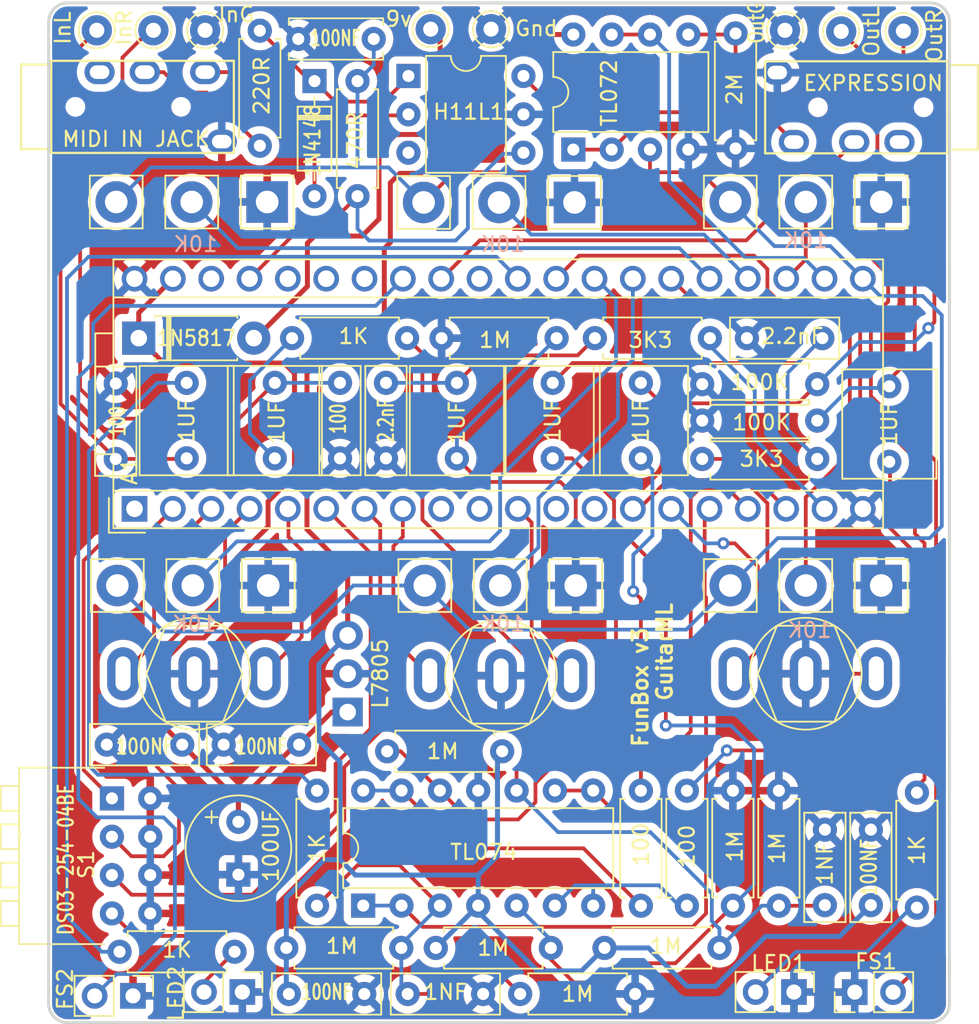
<source format=kicad_pcb>
(kicad_pcb (version 20221018) (generator pcbnew)
  (layers (0 "F.Cu" signal) (31 "B.Cu" signal) (34 "B.Paste" user) (35 "F.Paste" user) (36 "B.SilkS" user "B.Silkscreen") (37 "F.SilkS" user "F.Silkscreen") (38 "B.Mask" user) (39 "F.Mask" user) (44 "Edge.Cuts" user))
  (net 0 "")
  (net 2 "DIP1")
  (net 3 "SW3_LEFT")
  (net 4 "DIP2")
  (net 5 "FOOT_SWITCH_2")
  (net 6 "FOOT_SWITCH_1")
  (net 7 "SW3_RIGHT")
  (net 8 "DIP3")
  (net 9 "SW2_LEFT")
  (net 10 "unconnected-(A1-I2C1_SCL-Pad12)")
  (net 14 "AUDIO_IN_BUFFER_LEFT")
  (net 15 "AUDIO_OUT_BUFFER_LEFT")
  (net 16 "GND")
  (net 17 "POT_1")
  (net 18 "POT_2")
  (net 19 "POT_3")
  (net 20 "POT_4")
  (net 21 "AUDIO_IN_BUFFER_RIGHT")
  (net 22 "AUDIO_OUT_BUFFER_RIGHT")
  (net 23 "LED_1")
  (net 24 "LED_2")
  (net 26 "POT_5")
  (net 29 "POT_6")
  (net 30 "MIDI_IN")
  (net 31 "Net-(In1-Pin_1)")
  (net 32 "Net-(C1-Pad2)")
  (net 33 "Net-(U1A-+)")
  (net 34 "Net-(U1B-+)")
  (net 35 "Net-(Out1-Pin_1)")
  (net 36 "Net-(U1B--)")
  (net 37 "Net-(9v1-Pin_1)")
  (net 38 "Net-(LED1-A)")
  (net 39 "Net-(LED2-A)")
  (net 40 "Net-(C5-Pad2)")
  (net 41 "SW2_RIGHT")
  (net 42 "3V3_D")
  (net 43 "VCC")
  (net 44 "5V")
  (net 45 "3V3_A")
  (net 46 "SW1_RIGHT")
  (net 47 "Net-(C12-Pad1)")
  (net 48 "DIP4")
  (net 49 "SW1_LEFT")
  (net 50 "Net-(In2-Pin_1)")
  (net 51 "Net-(C13-Pad1)")
  (net 52 "Net-(C14-Pad2)")
  (net 53 "Net-(U1D-+)")
  (net 54 "Net-(U1C-+)")
  (net 55 "Net-(Out2-Pin_1)")
  (net 56 "Net-(C17-Pad2)")
  (net 57 "Net-(U1D--)")
  (net 58 "Net-(D2-K)")
  (net 59 "MIDI_IN_JACK_PIN5")
  (net 60 "MIDI_IN_JACK_PIN4")
  (net 64 "EXPRESSION_IN")
  (net 66 "EXPRESSION_REF")
  (net 67 "EXPRESSION_IN_JACK")
  (footprint "Resistor_THT:R_Axial_DIN0207_L6.3mm_D2.5mm_P7.62mm_Horizontal" (layer "F.Cu") (at 132.1 73.745 90)
    (fp_text reference "R30")
    (fp_text value "220R")
  )
  (footprint "Potentiometer_THT:Pot_RightAngle_LongPin_16mm" (layer "F.Cu") (at 168.2788 101.57 180)
    (fp_text reference "POT4" hide)
    (fp_text value "10K")
  )
  (footprint "TestPoint:TestPoint_THTPad_D2.0mm_Drill1.0mm" (layer "F.Cu") (at 174.75 66.15)
    (fp_text reference "OutR")
    (fp_text value "~")
  )
  (footprint "Capacitor_THT:C_Rect_L7.0mm_W6.0mm_P5.00mm" (layer "F.Cu") (at 145.161 89.448 -90)
    (fp_text reference "C15")
    (fp_text value "1UF")
  )
  (footprint "Potentiometer_THT:Pot_RightAngle_LongPin_16mm" (layer "F.Cu") (at 148.035 101.57 180)
    (fp_text reference "POT5")
    (fp_text value "10K")
  )
  (footprint "Capacitor_THT:C_Rect_L7.0mm_W6.0mm_P5.00mm" (layer "F.Cu") (at 151.511 89.448 -90)
    (fp_text reference "C4")
    (fp_text value "1UF")
  )
  (footprint "Capacitor_THT:C_Rect_L7.0mm_W2.5mm_P5.00mm" (layer "F.Cu") (at 140.462 89.448 -90)
    (fp_text reference "C13")
    (fp_text value "2.2nF")
  )
  (footprint "Potentiometer_THT:Pot_RightAngle_LongPin_16mm" (layer "F.Cu") (at 147.955 76.2 180)
    (fp_text reference "POT2")
    (fp_text value "10K")
  )
  (footprint "Potentiometer_THT:Pot_RightAngle_LongPin_16mm" (layer "F.Cu") (at 168.2788 76.17 180)
    (fp_text reference "POT1")
    (fp_text value "10K")
  )
  (footprint "Resistor_THT:R_Axial_DIN0207_L6.3mm_D2.5mm_P7.62mm_Horizontal" (layer "F.Cu") (at 138.575 69.465 -90)
    (fp_text reference "R31")
    (fp_text value "470R")
  )
  (footprint "Diode_THT:D_DO-35_SOD27_P7.62mm_Horizontal" (layer "F.Cu") (at 135.725 69.465 -90)
    (fp_text reference "D2")
    (fp_text value "1N4148")
  )
  (footprint "Audio_Module:TRRS-PJ-320A" (layer "F.Cu") (at 177.6878 71.2 -90)
    (fp_text reference "J7")
    (fp_text value "EXPRESSION")
  )
  (footprint "Resistor_THT:R_Axial_DIN0207_L6.3mm_D2.5mm_P7.62mm_Horizontal" (layer "F.Cu") (at 134.239 86.487)
    (fp_text reference "R12")
    (fp_text value "1K")
  )
  (footprint "Package_TO_SOT_THT:TO-220-3_Vertical" (layer "F.Cu") (at 137.922 111.252 90)
    (fp_text reference "U2")
    (fp_text value "L7805")
  )
  (footprint "Button_Switch_THT:SW_Toggle_SPDT_lugs" (layer "F.Cu") (at 168.275 108.712 180)
    (fp_text reference "SW1" hide)
    (fp_text value "SW_SPDT" hide)
  )
  (footprint "Capacitor_THT:C_Rect_L7.0mm_W6.0mm_P5.00mm" (layer "F.Cu") (at 173.8122 89.6766 -90)
    (fp_text reference "C5")
    (fp_text value "1UF")
  )
  (footprint "TestPoint:TestPoint_THTPad_D2.0mm_Drill1.0mm" (layer "F.Cu") (at 128.475 66.1)
    (fp_text reference "InG")
    (fp_text value "~" hide)
  )
  (footprint "Resistor_THT:R_Axial_DIN0207_L6.3mm_D2.5mm_P7.62mm_Horizontal" (layer "F.Cu") (at 163.449 124.079 90)
    (fp_text reference "R6")
    (fp_text value "1M")
  )
  (footprint "Capacitor_THT:C_Rect_L7.0mm_W2.5mm_P5.00mm" (layer "F.Cu") (at 121.96 113.411)
    (fp_text reference "C8")
    (fp_text value "100NF")
  )
  (footprint "Capacitor_THT:C_Rect_L7.0mm_W2.5mm_P5.00mm" (layer "F.Cu") (at 139.025 129.921 180)
    (fp_text reference "C9")
    (fp_text value "100NF")
  )
  (footprint "Capacitor_THT:C_Rect_L7.0mm_W6.0mm_P5.00mm" (layer "F.Cu") (at 133.096 89.448 -90)
    (fp_text reference "C14")
    (fp_text value "1UF")
  )
  (footprint "Capacitor_THT:CP_Radial_D8.0mm_P3.50mm" (layer "F.Cu") (at 130.683 122.019 90)
    (fp_text reference "C6")
    (fp_text value "100UF")
  )
  (footprint "TestPoint:TestPoint_THTPad_D2.0mm_Drill1.0mm" (layer "F.Cu") (at 121.3 66.1)
    (fp_text reference "InL")
    (fp_text value "~" hide)
  )
  (footprint "Resistor_THT:R_Axial_DIN0207_L6.3mm_D2.5mm_P7.62mm_Horizontal" (layer "F.Cu") (at 143.764 126.873)
    (fp_text reference "R5")
    (fp_text value "1M")
  )
  (footprint "Capacitor_THT:C_Rect_L7.0mm_W2.5mm_P5.00mm" (layer "F.Cu") (at 137.414 89.448 -90)
    (fp_text reference "C11")
    (fp_text value "100")
  )
  (footprint "TestPoint:TestPoint_THTPad_D2.0mm_Drill1.0mm" (layer "F.Cu") (at 125.05 66.1)
    (fp_text reference "InR")
    (fp_text value "~" hide)
  )
  (footprint "Resistor_THT:R_Axial_DIN0207_L6.3mm_D2.5mm_P7.62mm_Horizontal" (layer "F.Cu") (at 166.497 124.079 90)
    (fp_text reference "R16")
    (fp_text value "1M")
  )
  (footprint "TestPoint:TestPoint_THTPad_D2.0mm_Drill1.0mm" (layer "F.Cu") (at 166.9 66.1)
    (fp_text reference "OutG")
    (fp_text value "~" hide)
  )
  (footprint "Button_Switch_THT:SW_Toggle_SPDT_lugs" (layer "F.Cu") (at 148.082 108.839 180)
    (fp_text reference "SW2" hide)
    (fp_text value "SW_SPDT" hide)
  )
  (footprint "Connector_PinHeader_2.54mm:PinHeader_1x02_P2.54mm_Vertical" (layer "F.Cu") (at 130.942 129.794 -90)
    (fp_text reference "LED2")
    (fp_text value "LED_2" hide)
  )
  (footprint "Resistor_THT:R_Axial_DIN0207_L6.3mm_D2.5mm_P7.62mm_Horizontal" (layer "F.Cu") (at 149.352 129.921)
    (fp_text reference "R1")
    (fp_text value "1M")
  )
  (footprint "Capacitor_THT:C_Disc_D6.0mm_W2.5mm_P5.00mm" (layer "F.Cu") (at 139.65 66.675 180)
    (fp_text reference "C30")
    (fp_text value "100NF")
  )
  (footprint "Resistor_THT:R_Axial_DIN0207_L6.3mm_D2.5mm_P7.62mm_Horizontal" (layer "F.Cu") (at 160.401 124.079 90)
    (fp_text reference "R4")
    (fp_text value "100")
  )
  (footprint "Connector_PinHeader_2.54mm:PinHeader_1x02_P2.54mm_Vertical" (layer "F.Cu") (at 167.4926 129.794 -90)
    (fp_text reference "LED1")
    (fp_text value "LED_1" hide)
  )
  (footprint "Capacitor_THT:C_Rect_L7.0mm_W2.5mm_P5.00mm" (layer "F.Cu") (at 169.545 119.039 -90)
    (fp_text reference "C16")
    (fp_text value "1NF")
  )
  (footprint "Resistor_THT:R_Axial_DIN0207_L6.3mm_D2.5mm_P7.62mm_Horizontal" (layer "F.Cu") (at 161.417 94.488)
    (fp_text reference "R11")
    (fp_text value "3K3")
  )
  (footprint "Package_DIP:DIP-14_W7.62mm" (layer "F.Cu") (at 138.953 124.069 90)
    (fp_text reference "U1")
    (fp_text value "TL074")
  )
  (footprint "Package_DIP:DIP-8_W7.62mm" (layer "F.Cu") (at 152.875 74 90)
    (fp_text reference "U3")
    (fp_text value "TL072")
  )
  (footprint "TestPoint:TestPoint_THTPad_D2.0mm_Drill1.0mm" (layer "F.Cu") (at 170.625 66.175)
    (fp_text reference "OutL")
    (fp_text value "~" hide)
  )
  (footprint "TestPoint:TestPoint_THTPad_D2.0mm_Drill1.0mm" (layer "F.Cu") (at 143.425 66.025)
    (fp_text reference "9v")
    (fp_text value "~" hide)
  )
  (footprint "Module:Electrosmith_Daisy_Seed" (layer "F.Cu") (at 123.7996 97.79 90)
    (fp_text reference "A1")
    (fp_text value "Electrosmith_Daisy_Seed_Rev7" hide)
  )
  (footprint "Resistor_THT:R_Axial_DIN0207_L6.3mm_D2.5mm_P7.62mm_Horizontal" (layer "F.Cu") (at 154.94 126.873)
    (fp_text reference "R15")
    (fp_text value "1M")
  )
  (footprint "Capacitor_THT:C_Rect_L7.0mm_W6.0mm_P5.00mm" (layer "F.Cu") (at 157.353 89.448 -90)
    (fp_text reference "C17")
    (fp_text value "1UF")
  )
  (footprint "Diode_THT:D_DO-41_SOD81_P7.62mm_Horizontal" (layer "F.Cu") (at 124.079 86.487)
    (fp_text reference "D1")
    (fp_text value "1N5817")
  )
  (footprint "Potentiometer_THT:Pot_RightAngle_LongPin_16mm" (layer "F.Cu") (at 127.588 76.17 180)
    (fp_text reference "POT3")
    (fp_text value "10K")
  )
  (footprint "Button_Switch_THT:DS03-254-04BE-dip4" (layer "F.Cu") (at 122.301 116.967)
    (fp_text reference "S1")
    (fp_text value "DS03-254-04BE")
  )
  (footprint "Resistor_THT:R_Axial_DIN0207_L6.3mm_D2.5mm_P7.62mm_Horizontal" (layer "F.Cu") (at 175.641 124.206 90)
    (fp_text reference "R8")
    (fp_text value "1K")
  )
  (footprint "Capacitor_THT:C_Rect_L7.0mm_W2.5mm_P5.00mm" (layer "F.Cu") (at 169.378 86.487 180)
    (fp_text reference "C12")
    (fp_text value "2.2nF")
  )
  (footprint "Capacitor_THT:C_Rect_L7.0mm_W2.5mm_P5.00mm" (layer "F.Cu") (at 129.707 113.411)
    (fp_text reference "C7")
    (fp_text value "100NF")
  )
  (footprint "Resistor_THT:R_Axial_DIN0207_L6.3mm_D2.5mm_P7.62mm_Horizontal" (layer "F.Cu") (at 148.16 113.85 180)
    (fp_text reference "R13")
    (fp_text value "1M")
  )
  (footprint "Potentiometer_THT:Pot_RightAngle_LongPin_16mm" (layer "F.Cu") (at 127.6604 101.57 180)
    (fp_text reference "POT6")
    (fp_text value "10K")
  )
  (footprint "Resistor_THT:R_Axial_DIN0207_L6.3mm_D2.5mm_P7.62mm_Horizontal" (layer "F.Cu") (at 161.417 89.535)
    (fp_text reference "R18")
    (fp_text value "100K")
  )
  (footprint "Connector_PinHeader_2.54mm:PinHeader_1x02_P2.54mm_Vertical" (layer "F.Cu") (at 171.525 129.8 90)
    (fp_text reference "FS1")
    (fp_text value "Foot_Switch_1" hide)
  )
  (footprint "Resistor_THT:R_Axial_DIN0207_L6.3mm_D2.5mm_P7.62mm_Horizontal" (layer "F.Cu") (at 151.765 86.487 180)
    (fp_text reference "R14")
    (fp_text value "1M")
  )
  (footprint "Capacitor_THT:C_Rect_L7.0mm_W6.0mm_P5.00mm" (layer "F.Cu") (at 127.254 94.448 90)
    (fp_text reference "C1")
    (fp_text value "1UF")
  )
  (footprint "Capacitor_THT:C_Rect_L7.0mm_W2.5mm_P5.00mm" (layer "F.Cu") (at 146.899 129.921 180)
    (fp_text reference "C3")
    (fp_text value "1NF")
  )
  (footprint "Resistor_THT:R_Axial_DIN0207_L6.3mm_D2.5mm_P7.62mm_Horizontal" (layer "F.Cu") (at 135.89 116.459 -90)
    (fp_text reference "R3")
    (fp_text value "1K")
  )
  (footprint "Audio_Module:TRRS-PJ-320A" (layer "F.Cu") (at 118.2807 71.1708 90)
    (fp_text reference "J6")
    (fp_text value "MIDI IN JACK")
  )
  (footprint "Connector_PinHeader_2.54mm:PinHeader_1x02_P2.54mm_Vertical" (layer "F.Cu") (at 123.698 130.048 -90)
    (fp_text reference "FS2")
    (fp_text value "Foot_Switch_2" hide)
  )
  (footprint "Package_DIP:DIP-6_W7.62mm" (layer "F.Cu") (at 141.95 69.125)
    (fp_text reference "U5")
    (fp_text value "H11L1")
  )
  (footprint "Resistor_THT:R_Axial_DIN0207_L6.3mm_D2.5mm_P7.62mm_Horizontal" (layer "F.Cu") (at 163.625 66.305 -90)
    (fp_text reference "R19")
    (fp_text value "2M")
  )
  (footprint "Button_Switch_THT:SW_Toggle_SPDT_lugs" (layer "F.Cu") (at 127.762 108.712 180)
    (fp_text reference "SW3" hide)
    (fp_text value "SW_SPDT" hide)
  )
  (footprint "Resistor_THT:R_Axial_DIN0207_L6.3mm_D2.5mm_P7.62mm_Horizontal" (layer "F.Cu") (at 130.429 127.127 180)
    (fp_text reference "R9")
    (fp_text value "1K")
  )
  (footprint "Resistor_THT:R_Axial_DIN0207_L6.3mm_D2.5mm_P7.62mm_Horizontal" (layer "F.Cu") (at 133.858 126.873)
    (fp_text reference "R2")
    (fp_text value "1M")
  )
  (footprint "Resistor_THT:R_Axial_DIN0207_L6.3mm_D2.5mm_P7.62mm_Horizontal" (layer "F.Cu") (at 161.417 91.948)
    (fp_text reference "R7")
    (fp_text value "100K")
  )
  (footprint "Capacitor_THT:C_Rect_L7.0mm_W2.5mm_P5.00mm" (layer "F.Cu") (at 172.593 119.039 -90)
    (fp_text reference "C10")
    (fp_text value "100NF")
  )
  (footprint "Resistor_THT:R_Axial_DIN0207_L6.3mm_D2.5mm_P7.62mm_Horizontal" (layer "F.Cu") (at 161.925 86.487 180)
    (fp_text reference "R10")
    (fp_text value "3K3")
  )
  (footprint "Resistor_THT:R_Axial_DIN0207_L6.3mm_D2.5mm_P7.62mm_Horizontal" (layer "F.Cu") (at 157.353 124.079 90)
    (fp_text reference "R17")
    (fp_text value "100")
  )
  (footprint "TestPoint:TestPoint_THTPad_D2.0mm_Drill1.0mm" (layer "F.Cu") (at 147.425 66.025)
    (fp_text reference "Gnd")
    (fp_text value "~" hide)
  )
  (footprint "Capacitor_THT:C_Rect_L7.0mm_W2.5mm_P5.00mm" (layer "F.Cu") (at 122.555 94.488 90)
    (fp_text reference "C2")
    (fp_text value "100")
  )
  (gr_arc (start 177.800031 130.546974) (mid 177.428589 131.448207) (end 176.53 131.825999) (stroke (width 0.2)) (layer "Edge.Cuts"))
  (gr_arc (start 176.53 64.2874) (mid 177.428026 64.659374) (end 177.8 65.5574) (stroke (width 0.2)) (layer "Edge.Cuts"))
  (gr_line (start 176.53 131.825999) (end 119.38 131.826) (stroke (width 0.2)) (layer "Edge.Cuts"))
  (gr_line (start 119.38 64.2874) (end 176.53 64.2874) (stroke (width 0.2)) (layer "Edge.Cuts"))
  (gr_line (start 177.8 65.5574) (end 177.790974 130.546974) (stroke (width 0.2)) (layer "Edge.Cuts"))
  (gr_arc (start 119.38 131.826) (mid 118.481974 131.454026) (end 118.11 130.556) (stroke (width 0.2)) (layer "Edge.Cuts"))
  (gr_arc (start 118.11 65.5574) (mid 118.481974 64.659374) (end 119.38 64.2874) (stroke (width 0.2)) (layer "Edge.Cuts"))
  (gr_line (start 118.11 130.556) (end 118.11 65.5574) (stroke (width 0.2)) (layer "Edge.Cuts"))
  (gr_text "FunBox v3\n    GuitarML" (at 159.512 113.665 90) (layer "F.SilkS") (effects (font (size 1 1) (thickness 0.2) bold) (justify left bottom)))
  (segment (start 121.574 100.076) (end 120.425 101.225) (width 0.25) (layer "F.Cu") (net 2))
  (segment (start 120.425 115.091) (end 122.301 116.967) (width 0.25) (layer "F.Cu") (net 2))
  (segment (start 120.425 101.225) (end 120.425 115.091) (width 0.25) (layer "F.Cu") (net 2))
  (segment (start 126.3396 97.79) (end 124.0536 100.076) (width 0.25) (layer "F.Cu") (net 2))
  (segment (start 124.0536 100.076) (end 121.574 100.076) (width 0.25) (layer "F.Cu") (net 2))
  (segment (start 125.095 106.6546) (end 123.0376 108.712) (width 0.25) (layer "F.Cu") (net 3))
  (segment (start 125.095 101.5746) (end 125.095 106.6546) (width 0.25) (layer "F.Cu") (net 3))
  (segment (start 128.8796 97.79) (end 125.095 101.5746) (width 0.25) (layer "F.Cu") (net 3))
  (segment (start 126.746 116.332) (end 126.746 119.779) (width 0.25) (layer "F.Cu") (net 4))
  (segment (start 129.8 99.4096) (end 129.8 103.35) (width 0.25) (layer "F.Cu") (net 4))
  (segment (start 125.275 107.45) (end 125.275 114.861) (width 0.25) (layer "F.Cu") (net 4))
  (segment (start 126.746 119.779) (end 125.725 120.8) (width 0.25) (layer "F.Cu") (net 4))
  (segment (start 129.8 103.35) (end 127.775 105.375) (width 0.25) (layer "F.Cu") (net 4))
  (segment (start 125.275 114.861) (end 126.746 116.332) (width 0.25) (layer "F.Cu") (net 4))
  (segment (start 127.775 105.375) (end 127.35 105.375) (width 0.25) (layer "F.Cu") (net 4))
  (segment (start 127.35 105.375) (end 125.275 107.45) (width 0.25) (layer "F.Cu") (net 4))
  (segment (start 131.4196 97.79) (end 129.8 99.4096) (width 0.25) (layer "F.Cu") (net 4))
  (segment (start 125.725 120.8) (end 123.594 120.8) (width 0.25) (layer "F.Cu") (net 4))
  (segment (start 123.594 120.8) (end 122.301 119.507) (width 0.25) (layer "F.Cu") (net 4))
  (segment (start 121.05 85.525) (end 121.05 88.119) (width 0.25) (layer "B.Cu") (net 5))
  (segment (start 139.7796 84.35) (end 122.225 84.35) (width 0.25) (layer "B.Cu") (net 5))
  (segment (start 121.309 118.225) (end 125.725 118.225) (width 0.25) (layer "B.Cu") (net 5))
  (segment (start 122.606 128.6) (end 121.158 130.048) (width 0.25) (layer "B.Cu") (net 5))
  (segment (start 126.475 118.975) (end 126.475 126.075) (width 0.25) (layer "B.Cu") (net 5))
  (segment (start 120.075 116.991) (end 121.309 118.225) (width 0.25) (layer "B.Cu") (net 5))
  (segment (start 123.95 128.6) (end 122.606 128.6) (width 0.25) (layer "B.Cu") (net 5))
  (segment (start 122.225 84.35) (end 121.05 85.525) (width 0.25) (layer "B.Cu") (net 5))
  (segment (start 126.475 126.075) (end 123.95 128.6) (width 0.25) (layer "B.Cu") (net 5))
  (segment (start 121.05 88.119) (end 120.075 89.094) (width 0.25) (layer "B.Cu") (net 5))
  (segment (start 125.725 118.225) (end 126.475 118.975) (width 0.25) (layer "B.Cu") (net 5))
  (segment (start 141.5796 82.55) (end 139.7796 84.35) (width 0.25) (layer "B.Cu") (net 5))
  (segment (start 120.075 89.094) (end 120.075 116.991) (width 0.25) (layer "B.Cu") (net 5))
  (segment (start 164.338 80.01) (end 165.862 78.486) (width 0.25) (layer "F.Cu") (net 6))
  (segment (start 176.911 94.6404) (end 176.911 126.954) (width 0.25) (layer "F.Cu") (net 6))
  (segment (start 167.197 75.5) (end 169.353 75.5) (width 0.25) (layer "F.Cu") (net 6))
  (segment (start 172.593 90.3224) (end 176.911 94.6404) (width 0.25) (layer "F.Cu") (net 6))
  (segment (start 176.911 126.954) (end 174.065 129.8) (width 0.25) (layer "F.Cu") (net 6))
  (segment (start 144.145 82.55) (end 146.685 80.01) (width 0.25) (layer "F.Cu") (net 6))
  (segment (start 170.815 79.375) (end 173.736 82.296) (width 0.25) (layer "F.Cu") (net 6))
  (segment (start 165.862 78.486) (end 165.862 76.835) (width 0.25) (layer "F.Cu") (net 6))
  (segment (start 146.685 80.01) (end 164.338 80.01) (width 0.25) (layer "F.Cu") (net 6))
  (segment (start 173.736 84.064396) (end 172.593 85.207396) (width 0.25) (layer "F.Cu") (net 6))
  (segment (start 173.736 82.296) (end 173.736 84.064396) (width 0.25) (layer "F.Cu") (net 6))
  (segment (start 165.862 76.835) (end 167.197 75.5) (width 0.25) (layer "F.Cu") (net 6))
  (segment (start 169.353 75.5) (end 170.815 76.962) (width 0.25) (layer "F.Cu") (net 6))
  (segment (start 170.815 76.962) (end 170.815 79.375) (width 0.25) (layer "F.Cu") (net 6))
  (segment (start 172.593 85.207396) (end 172.593 90.3224) (width 0.25) (layer "F.Cu") (net 6))
  (segment (start 134.875 106.2726) (end 134.875 100.525) (width 0.25) (layer "F.Cu") (net 7))
  (segment (start 134 99.65) (end 134 97.8304) (width 0.25) (layer "F.Cu") (net 7))
  (segment (start 134.875 100.525) (end 134 99.65) (width 0.25) (layer "F.Cu") (net 7))
  (segment (start 133.704004 97.79) (end 133.9596 97.79) (width 0.25) (layer "F.Cu") (net 7))
  (segment (start 132.4356 108.712) (end 134.875 106.2726) (width 0.25) (layer "F.Cu") (net 7))
  (segment (start 134 97.8304) (end 133.9596 97.79) (width 0.25) (layer "F.Cu") (net 7))
  (segment (start 139.446 100.7364) (end 139.446 112.354) (width 0.25) (layer "F.Cu") (net 8))
  (segment (start 131.602 123.35) (end 123.604 123.35) (width 0.25) (layer "F.Cu") (net 8))
  (segment (start 137.125 117.827) (end 131.602 123.35) (width 0.25) (layer "F.Cu") (net 8))
  (segment (start 123.604 123.35) (end 122.301 122.047) (width 0.25) (layer "F.Cu") (net 8))
  (segment (start 139.446 112.354) (end 137.125 114.675) (width 0.25) (layer "F.Cu") (net 8))
  (segment (start 137.125 114.675) (end 137.125 117.827) (width 0.25) (layer "F.Cu") (net 8))
  (segment (start 136.4996 97.79) (end 139.446 100.7364) (width 0.25) (layer "F.Cu") (net 8))
  (segment (start 143.3576 108.839) (end 140.95 106.4314) (width 0.25) (layer "F.Cu") (net 9))
  (segment (start 140.95 100.271301) (end 141.5796 99.641701) (width 0.25) (layer "F.Cu") (net 9))
  (segment (start 140.95 106.4314) (end 140.95 100.271301) (width 0.25) (layer "F.Cu") (net 9))
  (segment (start 141.5796 99.641701) (end 141.5796 97.79) (width 0.25) (layer "F.Cu") (net 9))
  (segment (start 152.2476 97.79) (end 151.7396 97.79) (width 0.25) (layer "F.Cu") (net 10))
  (segment (start 161.671 103.666364) (end 161.671 124.587) (width 0.25) (layer "F.Cu") (net 14))
  (segment (start 161.5788 98.1108) (end 161.5788 103.574164) (width 0.25) (layer "F.Cu") (net 14))
  (segment (start 161.671 124.587) (end 160.782 125.476) (width 0.25) (layer "F.Cu") (net 14))
  (segment (start 161.8996 97.79) (end 161.5788 98.1108) (width 0.25) (layer "F.Cu") (net 14))
  (segment (start 161.5788 103.574164) (end 161.671 103.666364) (width 0.25) (layer "F.Cu") (net 14))
  (segment (start 142.9 125.476) (end 141.493 124.069) (width 0.25) (layer "F.Cu") (net 14))
  (segment (start 160.782 125.476) (end 142.9 125.476) (width 0.25) (layer "F.Cu") (net 14))
  (segment (start 138.953 124.069) (end 141.493 124.069) (width 0.25) (layer "B.Cu") (net 14))
  (segment (start 163.6776 94.488) (end 166.9796 97.79) (width 0.25) (layer "F.Cu") (net 15))
  (segment (start 161.417 94.488) (end 163.6776 94.488) (width 0.25) (layer "F.Cu") (net 15))
  (segment (start 167.259 97.5106) (end 166.9796 97.79) (width 0.25) (layer "B.Cu") (net 15))
  (segment (start 127.635 108.1786) (end 127.635 108.9152) (width 0.25) (layer "F.Cu") (net 16))
  (segment (start 146.685 116.337) (end 146.573 116.449) (width 0.25) (layer "F.Cu") (net 16))
  (segment (start 173.860999 102.287801) (end 173.2788 102.87) (width 0.25) (layer "F.Cu") (net 16))
  (segment (start 168.2788 77.47) (end 168.2788 81.2762) (width 0.25) (layer "F.Cu") (net 17))
  (segment (start 168.2788 81.2762) (end 167.005 82.55) (width 0.25) (layer "F.Cu") (net 17))
  (segment (start 150.084 79.629) (end 161.544 79.629) (width 0.25) (layer "B.Cu") (net 18))
  (segment (start 147.955 77.5) (end 150.084 79.629) (width 0.25) (layer "B.Cu") (net 18))
  (segment (start 161.544 79.629) (end 164.465 82.55) (width 0.25) (layer "B.Cu") (net 18))
  (segment (start 127.588 77.47) (end 130.643 80.525) (width 0.25) (layer "B.Cu") (net 19))
  (segment (start 130.643 80.525) (end 159.9 80.525) (width 0.25) (layer "B.Cu") (net 19))
  (segment (start 159.9 80.525) (end 161.925 82.55) (width 0.25) (layer "B.Cu") (net 19))
  (segment (start 168.2788 97.0242) (end 168.2788 102.87) (width 0.25) (layer "F.Cu") (net 20))
  (segment (start 171.196 94.107) (end 168.2788 97.0242) (width 0.25) (layer "F.Cu") (net 20))
  (segment (start 161.6456 84.836) (end 170.434 84.836) (width 0.25) (layer "F.Cu") (net 20))
  (segment (start 171.196 85.598) (end 171.196 94.107) (width 0.25) (layer "F.Cu") (net 20))
  (segment (start 159.3596 82.55) (end 161.6456 84.836) (width 0.25) (layer "F.Cu") (net 20))
  (segment (start 170.434 84.836) (end 171.196 85.598) (width 0.25) (layer "F.Cu") (net 20))
  (segment (start 159.385 82.55) (end 159.705991 82.55) (width 0.25) (layer "B.Cu") (net 20))
  (segment (start 160.655 97.028) (end 161.163 96.52) (width 0.25) (layer "F.Cu") (net 21))
  (segment (start 160.655 112.522) (end 160.655 97.028) (width 0.25) (layer "F.Cu") (net 21))
  (segment (start 158.877 114.3) (end 160.655 112.522) (width 0.25) (layer "F.Cu") (net 21))
  (segment (start 154.193 116.449) (end 151.653 116.449) (width 0.25) (layer "F.Cu") (net 21))
  (segment (start 163.1696 96.52) (end 164.4396 97.79) (width 0.25) (layer "F.Cu") (net 21))
  (segment (start 158.877 117.094) (end 158.877 114.3) (width 0.25) (layer "F.Cu") (net 21))
  (segment (start 161.163 96.52) (end 163.1696 96.52) (width 0.25) (layer "F.Cu") (net 21))
  (segment (start 157.988 117.983) (end 158.877 117.094) (width 0.25) (layer "F.Cu") (net 21))
  (segment (start 155.727 117.983) (end 157.988 117.983) (width 0.25) (layer "F.Cu") (net 21))
  (segment (start 154.193 116.449) (end 155.727 117.983) (width 0.25) (layer "F.Cu") (net 21))
  (segment (start 169.5196 97.79) (end 164.9 93.1704) (width 0.25) (layer "B.Cu") (net 22))
  (segment (start 164.9 93.1704) (end 164.9 89.97) (width 0.25) (layer "B.Cu") (net 22))
  (segment (start 161.925 86.995) (end 161.925 86.487) (width 0.25) (layer "B.Cu") (net 22))
  (segment (start 164.9 89.97) (end 161.925 86.995) (width 0.25) (layer "B.Cu") (net 22))
  (segment (start 166.497 84.074) (end 165.735 83.312) (width 0.25) (layer "F.Cu") (net 23))
  (segment (start 171.069 84.074) (end 166.497 84.074) (width 0.25) (layer "F.Cu") (net 23))
  (segment (start 165.735 83.312) (end 165.735 81.915) (width 0.25) (layer "F.Cu") (net 23))
  (segment (start 175.26 116.586) (end 176.149 115.697) (width 0.25) (layer "F.Cu") (net 23))
  (segment (start 153.2636 81.026) (end 151.7396 82.55) (width 0.25) (layer "F.Cu") (net 23))
  (segment (start 175.514 94.4626) (end 171.8818 90.8304) (width 0.25) (layer "F.Cu") (net 23))
  (segment (start 165.735 81.915) (end 164.846 81.026) (width 0.25) (layer "F.Cu") (net 23))
  (segment (start 176.149 100.076) (end 175.514 99.441) (width 0.25) (layer "F.Cu") (net 23))
  (segment (start 171.8818 90.8304) (end 171.8818 84.8868) (width 0.25) (layer "F.Cu") (net 23))
  (segment (start 176.149 115.697) (end 176.149 100.076) (width 0.25) (layer "F.Cu") (net 23))
  (segment (start 175.514 99.441) (end 175.514 94.4626) (width 0.25) (layer "F.Cu") (net 23))
  (segment (start 164.846 81.026) (end 153.2636 81.026) (width 0.25) (layer "F.Cu") (net 23))
  (segment (start 171.8818 84.8868) (end 171.069 84.074) (width 0.25) (layer "F.Cu") (net 23))
  (segment (start 152.4 82.55) (end 151.765 82.55) (width 0.25) (layer "B.Cu") (net 23))
  (segment (start 119.325 82.525) (end 119.325 124.825) (width 0.25) (layer "B.Cu") (net 24))
  (segment (start 119.325 124.825) (end 121.627 127.127) (width 0.25) (layer "B.Cu") (net 24))
  (segment (start 149.225 82.55) (end 147.775 81.1) (width 0.25) (layer "B.Cu") (net 24))
  (segment (start 120.75 81.1) (end 119.325 82.525) (width 0.25) (layer "B.Cu") (net 24))
  (segment (start 121.627 127.127) (end 122.809 127.127) (width 0.25) (layer "B.Cu") (net 24))
  (segment (start 147.775 81.1) (end 120.75 81.1) (width 0.25) (layer "B.Cu") (net 24))
  (segment (start 155.829 88.9) (end 156.8196 87.9094) (width 0.25) (layer "B.Cu") (net 26))
  (segment (start 155.829 91.821) (end 155.829 88.9) (width 0.25) (layer "B.Cu") (net 26))
  (segment (start 150.5646 100.3404) (end 150.5646 97.0854) (width 0.25) (layer "B.Cu") (net 26))
  (segment (start 148.035 102.87) (end 150.5646 100.3404) (width 0.25) (layer "B.Cu") (net 26))
  (segment (start 156.8196 87.9094) (end 156.8196 82.55) (width 0.25) (layer "B.Cu") (net 26))
  (segment (start 150.5646 97.0854) (end 155.829 91.821) (width 0.25) (layer "B.Cu") (net 26))
  (segment (start 155.702 88.011) (end 155.702 83.880009) (width 0.25) (layer "B.Cu") (net 29))
  (segment (start 147.32 99.949) (end 148.0246 99.2444) (width 0.25) (layer "B.Cu") (net 29))
  (segment (start 130.5814 99.949) (end 147.32 99.949) (width 0.25) (layer "B.Cu") (net 29))
  (segment (start 148.0246 95.6884) (end 155.702 88.011) (width 0.25) (layer "B.Cu") (net 29))
  (segment (start 127.6604 102.87) (end 130.5814 99.949) (width 0.25) (layer "B.Cu") (net 29))
  (segment (start 154.371991 82.55) (end 154.2796 82.55) (width 0.25) (layer "B.Cu") (net 29))
  (segment (start 155.702 83.880009) (end 154.371991 82.55) (width 0.25) (layer "B.Cu") (net 29))
  (segment (start 148.0246 99.2444) (end 148.0246 95.6884) (width 0.25) (layer "B.Cu") (net 29))
  (segment (start 136.935 78.725) (end 135.2446 78.725) (width 0.25) (layer "F.Cu") (net 30))
  (segment (start 138.575 77.085) (end 136.935 78.725) (width 0.25) (layer "F.Cu") (net 30))
  (segment (start 135.2446 78.725) (end 131.4196 82.55) (width 0.25) (layer "F.Cu") (net 30))
  (segment (start 149.57 74.28) (end 148.22 74.28) (width 0.25) (layer "B.Cu") (net 30))
  (segment (start 148.22 74.28) (end 145.8901 76.6099) (width 0.25) (layer "B.Cu") (net 30))
  (segment (start 138.575 79.25) (end 138.575 77.085) (width 0.25) (layer "B.Cu") (net 30))
  (segment (start 139.35 80.025) (end 138.575 79.25) (width 0.25) (layer "B.Cu") (net 30))
  (segment (start 145.8901 79.2099) (end 145.075 80.025) (width 0.25) (layer "B.Cu") (net 30))
  (segment (start 145.8901 76.6099) (end 145.8901 79.2099) (width 0.25) (layer "B.Cu") (net 30))
  (segment (start 145.075 80.025) (end 139.35 80.025) (width 0.25) (layer "B.Cu") (net 30))
  (segment (start 120.5992 66.167) (end 120.5992 66.2008) (width 0.25) (layer "F.Cu") (net 31))
  (segment (start 122.555 94.488) (end 127.214 94.488) (width 0.25) (layer "F.Cu") (net 31))
  (segment (start 127.214 94.488) (end 127.254 94.448) (width 0.25) (layer "F.Cu") (net 31))
  (segment (start 118.9 68.5) (end 121.3 66.1) (width 0.25) (layer "F.Cu") (net 31))
  (segment (start 118.8974 68.7026) (end 118.9 68.7) (width 0.25) (layer "F.Cu") (net 31))
  (segment (start 122.555 94.488) (end 118.8974 90.8304) (width 0.25) (layer "F.Cu") (net 31))
  (segment (start 118.9 68.7) (end 118.9 68.5) (width 0.25) (layer "F.Cu") (net 31))
  (segment (start 118.8974 90.8304) (end 118.8974 68.7026) (width 0.25) (layer "F.Cu") (net 31))
  (segment (start 123.19 94.361) (end 123.19 94.448) (width 0.25) (layer "F.Cu") (net 31))
  (segment (start 135.89 116.586) (end 135.89 116.332) (width 0.25) (layer "F.Cu") (net 32))
  (segment (start 120.777 114.808) (end 121.369 115.4) (width 0.25) (layer "B.Cu") (net 32))
  (segment (start 120.777 93.98) (end 120.777 114.808) (width 0.25) (layer "B.Cu") (net 32))
  (segment (start 134.831 115.4) (end 135.89 116.459) (width 0.25) (layer "B.Cu") (net 32))
  (segment (start 125.309 89.448) (end 120.777 93.98) (width 0.25) (layer "B.Cu") (net 32))
  (segment (start 127.254 89.448) (end 125.309 89.448) (width 0.25) (layer "B.Cu") (net 32))
  (segment (start 121.369 115.4) (end 134.831 115.4) (width 0.25) (layer "B.Cu") (net 32))
  (segment (start 143.15737 129.921) (end 141.899 129.921) (width 0.25) (layer "F.Cu") (net 33))
  (segment (start 141.364 121.4) (end 138.569 121.4) (width 0.25) (layer "F.Cu") (net 33))
  (segment (start 144.93537 128.143) (end 147.574 128.143) (width 0.25) (layer "F.Cu") (net 33))
  (segment (start 144.93537 128.143) (end 143.15737 129.921) (width 0.25) (layer "F.Cu") (net 33))
  (segment (start 144.033 124.069) (end 141.364 121.4) (width 0.25) (layer "F.Cu") (net 33))
  (segment (start 147.574 128.143) (end 149.352 129.921) (width 0.25) (layer "F.Cu") (net 33))
  (segment (start 138.569 121.4) (end 135.89 124.079) (width 0.25) (layer "F.Cu") (net 33))
  (segment (start 141.478 126.624) (end 141.478 126.873) (width 0.25) (layer "B.Cu") (net 33))
  (segment (start 141.478 129.5) (end 141.899 129.921) (width 0.25) (layer "B.Cu") (net 33))
  (segment (start 141.478 126.873) (end 141.478 129.5) (width 0.25) (layer "B.Cu") (net 33))
  (segment (start 144.033 124.069) (end 141.478 126.624) (width 0.25) (layer "B.Cu") (net 33))
  (segment (start 141.478 129.373) (end 141.899 129.794) (width 0.25) (layer "B.Cu") (net 33))
  (segment (start 155.575 97.233699) (end 152.789301 94.448) (width 0.25) (layer "F.Cu") (net 34))
  (segment (start 151.384 127.635) (end 152.908 129.159) (width 0.25) (layer "F.Cu") (net 34))
  (segment (start 155.575 98.806) (end 155.575 97.233699) (width 0.25) (layer "F.Cu") (net 34))
  (segment (start 159.004 102.235) (end 155.575 98.806) (width 0.25) (layer "F.Cu") (net 34))
  (segment (start 152.908 129.159) (end 155.067 129.159) (width 0.25) (layer "F.Cu") (net 34))
  (segment (start 155.067 129.159) (end 156.337 127.889) (width 0.25) (layer "F.Cu") (net 34))
  (segment (start 159.639 127.889) (end 163.449 124.079) (width 0.25) (layer "F.Cu") (net 34))
  (segment (start 151.384 126.746) (end 151.384 127.635) (width 0.25) (layer "F.Cu") (net 34))
  (segment (start 159.004 112.141) (end 159.004 102.235) (width 0.25) (layer "F.Cu") (net 34))
  (segment (start 156.337 127.889) (end 159.639 127.889) (width 0.25) (layer "F.Cu") (net 34))
  (segment (start 152.789301 94.448) (end 151.511 94.448) (width 0.25) (layer "F.Cu") (net 34))
  (via (at 159.004 112.141) (size 0.8) (drill 0.4) (layers "F.Cu" "B.Cu") (net 34))
  (segment (start 151.384 126.34) (end 151.384 126.746) (width 0.25) (layer "B.Cu") (net 34))
  (segment (start 151.384 126.34) (end 151.384 127.254) (width 0.25) (layer "B.Cu") (net 34))
  (segment (start 163.322 112.141) (end 164.846 113.665) (width 0.25) (layer "B.Cu") (net 34))
  (segment (start 159.004 112.141) (end 163.322 112.141) (width 0.25) (layer "B.Cu") (net 34))
  (segment (start 149.113 124.069) (end 151.384 126.34) (width 0.25) (layer "B.Cu") (net 34))
  (segment (start 164.846 122.682) (end 163.449 124.079) (width 0.25) (layer "B.Cu") (net 34))
  (segment (start 164.846 113.665) (end 164.846 122.682) (width 0.25) (layer "B.Cu") (net 34))
  (segment (start 175.5 87.557) (end 175.5 75.8) (width 0.25) (layer "F.Cu") (net 35))
  (segment (start 173.0248 74.4982) (end 173.0248 68.5748) (width 0.25) (layer "F.Cu") (net 35))
  (segment (start 173.7266 75.2) (end 173.0248 74.4982) (width 0.25) (layer "F.Cu") (net 35))
  (segment (start 174.9 75.2) (end 173.7266 75.2) (width 0.25) (layer "F.Cu") (net 35))
  (segment (start 170.0276 66.3194) (end 170.0276 66.4276) (width 0.25) (layer "F.Cu") (net 35))
  (segment (start 173.0248 68.5748) (end 170.625 66.175) (width 0.25) (layer "F.Cu") (net 35))
  (segment (start 173.355 89.702) (end 175.5 87.557) (width 0.25) (layer "F.Cu") (net 35))
  (segment (start 175.5 75.8) (end 174.9 75.2) (width 0.25) (layer "F.Cu") (net 35))
  (segment (start 169.037 91.948) (end 171.196 89.789) (width 0.25) (layer "B.Cu") (net 35))
  (segment (start 171.196 89.789) (end 173.268 89.789) (width 0.25) (layer "B.Cu") (net 35))
  (segment (start 173.268 89.789) (end 173.355 89.702) (width 0.25) (layer "B.Cu") (net 35))
  (segment (start 154.55 122.725) (end 152.997 122.725) (width 0.25) (layer "B.Cu") (net 36))
  (segment (start 158.539 122.725) (end 154.397 122.725) (width 0.25) (layer "B.Cu") (net 36))
  (segment (start 152.997 122.725) (end 151.653 124.069) (width 0.25) (layer "B.Cu") (net 36))
  (segment (start 154.193 122.732) (end 154.2 122.725) (width 0.25) (layer "B.Cu") (net 36))
  (segment (start 154.193 124.069) (end 154.193 122.732) (width 0.25) (layer "B.Cu") (net 36))
  (segment (start 159.893 124.079) (end 158.539 122.725) (width 0.25) (layer "B.Cu") (net 36))
  (segment (start 144.05 66.65) (end 143.425 66.025) (width 0.3302) (layer "F.Cu") (net 37))
  (segment (start 135.255 80.195) (end 135.725 79.725) (width 0.3302) (layer "F.Cu") (net 37))
  (segment (start 138.875 79.725) (end 140 78.6) (width 0.3302) (layer "F.Cu") (net 37))
  (segment (start 143.125 73) (end 144.05 72.075) (width 0.3302) (layer "F.Cu") (net 37))
  (segment (start 141.1 73) (end 143.125 73) (width 0.3302) (layer "F.Cu") (net 37))
  (segment (start 140 74.1) (end 141.1 73) (width 0.3302) (layer "F.Cu") (net 37))
  (segment (start 135.255 83.058) (end 135.255 80.195) (width 0.3302) (layer "F.Cu") (net 37))
  (segment (start 140 78.6) (end 140 74.1) (width 0.3302) (layer "F.Cu") (net 37))
  (segment (start 131.699 86.487) (end 131.826 86.487) (width 0.3302) (layer "F.Cu") (net 37))
  (segment (start 135.725 79.725) (end 138.875 79.725) (width 0.3302) (layer "F.Cu") (net 37))
  (segment (start 144.05 72.075) (end 144.05 66.65) (width 0.3302) (layer "F.Cu") (net 37))
  (segment (start 131.826 86.487) (end 135.255 83.058) (width 0.3302) (layer "F.Cu") (net 37))
  (segment (start 164.9526 129.794) (end 167.6196 127.127) (width 0.25) (layer "B.Cu") (net 38))
  (segment (start 167.6196 127.127) (end 172.339 127.127) (width 0.25) (layer "B.Cu") (net 38))
  (segment (start 172.339 127.127) (end 175.26 124.206) (width 0.25) (layer "B.Cu") (net 38))
  (segment (start 128.402 129.154) (end 128.402 129.794) (width 0.25) (layer "F.Cu") (net 39))
  (segment (start 130.429 127.127) (end 128.402 129.154) (width 0.25) (layer "F.Cu") (net 39))
  (segment (start 173.863 99.06) (end 173.863 94.7274) (width 0.25) (layer "F.Cu") (net 40))
  (segment (start 175.387 110.363) (end 175.387 100.584) (width 0.25) (layer "F.Cu") (net 40))
  (segment (start 163.05 113.792) (end 171.958 113.792) (width 0.25) (layer "F.Cu") (net 40))
  (segment (start 171.958 113.792) (end 175.387 110.363) (width 0.25) (layer "F.Cu") (net 40))
  (segment (start 175.387 100.584) (end 173.863 99.06) (width 0.25) (layer "F.Cu") (net 40))
  (segment (start 173.863 94.7274) (end 173.8122 94.6766) (width 0.25) (layer "F.Cu") (net 40))
  (via (at 163.05 113.792) (size 0.8) (drill 0.4) (layers "F.Cu" "B.Cu") (net 40))
  (segment (start 163.05 113.792) (end 163.05 113.81) (width 0.25) (layer "B.Cu") (net 40))
  (segment (start 163.05 113.81) (end 160.401 116.459) (width 0.25) (layer "B.Cu") (net 40))
  (segment (start 150.114 98.7044) (end 149.1996 97.79) (width 0.25) (layer "F.Cu") (net 41))
  (segment (start 152.7556 108.839) (end 150.114 106.1974) (width 0.25) (layer "F.Cu") (net 41))
  (segment (start 150.114 106.1974) (end 150.114 98.7044) (width 0.25) (layer "F.Cu") (net 41))
  (segment (start 125.975 112.426) (end 126.96 113.411) (width 0.3302) (layer "F.Cu") (net 43))
  (segment (start 134.707 113.411) (end 134.473 113.411) (width 0.3302) (layer "F.Cu") (net 43))
  (segment (start 134.4 88.825) (end 134.4 95.55) (width 0.3302) (layer "F.Cu") (net 43))
  (segment (start 126.3396 82.55) (end 126.3396 82.7786) (width 0.25) (layer "F.Cu") (net 43))
  (segment (start 136.866 111.252) (end 137.922 111.252) (width 0.3302) (layer "F.Cu") (net 43))
  (segment (start 130.683 117.134) (end 126.96 113.411) (width 0.3302) (layer "F.Cu") (net 43))
  (segment (start 128.4099 106.3401) (end 127.278006 106.3401) (width 0.3302) (layer "F.Cu") (net 43))
  (segment (start 133.713 88.138) (end 134.4 88.825) (width 0.3302) (layer "F.Cu") (net 43))
  (segment (start 125.975 107.643106) (end 125.975 112.426) (width 0.3302) (layer "F.Cu") (net 43))
  (segment (start 132.65 98.975) (end 130.575 101.05) (width 0.3302) (layer "F.Cu") (net 43))
  (segment (start 130.683 117.435) (end 130.683 118.519) (width 0.3302) (layer "F.Cu") (net 43))
  (segment (start 134.473 113.411) (end 130.683 117.201) (width 0.3302) (layer "F.Cu") (net 43))
  (segment (start 134.707 113.411) (end 136.866 111.252) (width 0.3302) (layer "F.Cu") (net 43))
  (segment (start 132.65 97.3) (end 132.65 98.975) (width 0.3302) (layer "F.Cu") (net 43))
  (segment (start 124.079 86.487) (end 125.73 88.138) (width 0.3302) (layer "F.Cu") (net 43))
  (segment (start 130.575 104.175) (end 128.4099 106.3401) (width 0.3302) (layer "F.Cu") (net 43))
  (segment (start 137.112694 111.252) (end 137.922 111.252) (width 0.3302) (layer "F.Cu") (net 43))
  (segment (start 134.4 95.55) (end 132.65 97.3) (width 0.3302) (layer "F.Cu") (net 43))
  (segment (start 130.575 101.05) (end 130.575 104.175) (width 0.3302) (layer "F.Cu") (net 43))
  (segment (start 130.683 117.435) (end 130.683 117.134) (width 0.3302) (layer "F.Cu") (net 43))
  (segment (start 126.3396 82.55) (end 124.079 84.8106) (width 0.3302) (layer "F.Cu") (net 43))
  (segment (start 127.278006 106.3401) (end 125.975 107.643106) (width 0.3302) (layer "F.Cu") (net 43))
  (segment (start 130.683 117.201) (end 130.683 117.435) (width 0.3302) (layer "F.Cu") (net 43))
  (segment (start 125.73 88.138) (end 133.713 88.138) (width 0.3302) (layer "F.Cu") (net 43))
  (segment (start 124.079 84.8106) (end 124.079 86.487) (width 0.3302) (layer "F.Cu") (net 43))
  (segment (start 142.775 75.575) (end 146.375 71.975) (width 0.3302) (layer "F.Cu") (net 44))
  (segment (start 140.35 85.1) (end 140.35 80.55) (width 0.3302) (layer "F.Cu") (net 44))
  (segment (start 138.049 106.553) (end 137.8646 106.3686) (width 0.25) (layer "F.Cu") (net 44))
  (segment (start 146.375 70.125) (end 150.12 66.38) (width 0.3302) (layer "F.Cu") (net 44))
  (segment (start 137.922 106.172) (end 137.922 101.847) (width 0.3302) (layer "F.Cu") (net 44))
  (segment (start 150.12 66.38) (end 152.875 66.38) (width 0.3302) (layer "F.Cu") (net 44))
  (segment (start 152.58 66.675) (end 152.875 66.38) (width 0.3302) (layer "F.Cu") (net 44))
  (segment (start 138.15 87.3) (end 140.35 85.1) (width 0.3302) (layer "F.Cu") (net 44))
  (segment (start 137.922 101.847) (end 135.225 99.15) (width 0.3302) (layer "F.Cu") (net 44))
  (segment (start 140.75 76.2) (end 141.375 75.575) (width 0.3302) (layer "F.Cu") (net 44))
  (segment (start 135.225 99.15) (end 135.225 88.825) (width 0.3302) (layer "F.Cu") (net 44))
  (segment (start 146.375 71.975) (end 146.375 70.125) (width 0.3302) (layer "F.Cu") (net 44))
  (segment (start 136.75 87.3) (end 138.15 87.3) (width 0.3302) (layer "F.Cu") (net 44))
  (segment (start 140.75 80.15) (end 140.75 76.2) (width 0.3302) (layer "F.Cu") (net 44))
  (segment (start 135.225 88.825) (end 136.75 87.3) (width 0.3302) (layer "F.Cu") (net 44))
  (segment (start 141.375 75.575) (end 142.775 75.575) (width 0.3302) (layer "F.Cu") (net 44))
  (segment (start 140.35 80.55) (end 140.75 80.15) (width 0.3302) (layer "F.Cu") (net 44))
  (segment (start 150.495 128.397) (end 153.416 128.397) (width 0.3302) (layer "B.Cu") (net 44))
  (segment (start 137.414 121.031) (end 137.414 114.554) (width 0.3302) (layer "B.Cu") (net 44))
  (segment (start 146.573 122.047) (end 146.573 124.069) (width 0.3302) (layer "B.Cu") (net 44))
  (segment (start 137.414 114.554) (end 136.017 113.157) (width 0.3302) (layer "B.Cu") (net 44))
  (segment (start 147.85 114.16) (end 147.85 120.77) (width 0.3302) (layer "B.Cu") (net 44))
  (segment (start 157.861 126.873) (end 154.94 126.873) (width 0.3302) (layer "B.Cu") (net 44))
  (segment (start 133.858 126.873) (end 133.858 123.542) (width 0.3302) (layer "B.Cu") (net 44))
  (segment (start 165.608 126.111) (end 162.306 129.413) (width 0.3302) (layer "B.Cu") (net 44))
  (segment (start 160.401 129.413) (end 157.861 126.873) (width 0.3302) (layer "B.Cu") (net 44))
  (segment (start 162.306 129.413) (end 160.401 129.413) (width 0.3302) (layer "B.Cu") (net 44))
  (segment (start 138.43 122.047) (end 137.414 121.031) (width 0.3302) (layer "B.Cu") (net 44))
  (segment (start 170.521 126.111) (end 165.608 126.111) (width 0.3302) (layer "B.Cu") (net 44))
  (segment (start 172.593 124.039) (end 170.521 126.111) (width 0.3302) (layer "B.Cu") (net 44))
  (segment (start 147.85 120.77) (end 146.573 122.047) (width 0.3302) (layer "B.Cu") (net 44))
  (segment (start 133.858 123.542) (end 136.369 121.031) (width 0.3302) (layer "B.Cu") (net 44))
  (segment (start 133.858 126.873) (end 133.858 129.754) (width 0.3302) (layer "B.Cu") (net 44))
  (segment (start 133.858 129.754) (end 134.025 129.921) (width 0.25) (layer "B.Cu") (net 44))
  (segment (start 136.017 108.077) (end 137.922 106.172) (width 0.3302) (layer "B.Cu") (net 44))
  (segment (start 146.573 124.069) (end 146.573 124.475) (width 0.3302) (layer "B.Cu") (net 44))
  (segment (start 153.416 128.397) (end 154.94 126.873) (width 0.3302) (layer "B.Cu") (net 44))
  (segment (start 136.369 121.031) (end 137.414 121.031) (width 0.3302) (layer "B.Cu") (net 44))
  (segment (start 146.573 124.475) (end 150.495 128.397) (width 0.3302) (layer "B.Cu") (net 44))
  (segment (start 146.573 124.069) (end 143.764 126.878) (width 0.3302) (layer "B.Cu") (net 44))
  (segment (start 146.573 122.047) (end 138.43 122.047) (width 0.3302) (layer "B.Cu") (net 44))
  (segment (start 148.16 113.85) (end 147.85 114.16) (width 0.3302) (layer "B.Cu") (net 44))
  (segment (start 136.017 113.157) (end 136.017 108.077) (width 0.3302) (layer "B.Cu") (net 44))
  (segment (start 149.57 69.2) (end 151.1 70.73) (width 0.25) (layer "F.Cu") (net 45))
  (segment (start 157.95 75.5) (end 161.3088 75.5) (width 0.25) (layer "F.Cu") (net 45))
  (segment (start 142.955 77.5) (end 144.955 75.5) (width 0.25) (layer "F.Cu") (net 45))
  (segment (start 144.955 75.5) (end 157.95 75.5) (width 0.25) (layer "F.Cu") (net 45))
  (segment (start 157.955 75.495) (end 157.95 75.5) (width 0.25) (layer "F.Cu") (net 45))
  (segment (start 157.955 74) (end 157.955 75.495) (width 0.25) (layer "F.Cu") (net 45))
  (segment (start 161.3088 75.5) (end 163.2788 77.47) (width 0.25) (layer "F.Cu") (net 45))
  (segment (start 151.1 70.73) (end 151.1 75.5) (width 0.25) (layer "F.Cu") (net 45))
  (segment (start 138.303 102.87) (end 143.035 102.87) (width 0.25) (layer "B.Cu") (net 45))
  (segment (start 176.022 83.693) (end 173.2026 83.693) (width 0.25) (layer "B.Cu") (net 45))
  (segment (start 166.4168 99.732) (end 176.493 99.732) (width 0.25) (layer "B.Cu") (net 45))
  (segment (start 138.575 75.184) (end 124.874 75.184) (width 0.25) (layer "B.Cu") (net 45))
  (segment (start 176.493 99.732) (end 177.292 98.933) (width 0.25) (layer "B.Cu") (net 45))
  (segment (start 125.7084 105.918) (end 135.255 105.918) (width 0.25) (layer "B.Cu") (net 45))
  (segment (start 139.65 66.675) (end 139.65 68.39) (width 0.25) (layer "B.Cu") (net 45))
  (segment (start 163.2788 102.87) (end 160.3578 105.791) (width 0.25) (layer "B.Cu") (net 45))
  (segment (start 142.955 77.5) (end 140.639 75.184) (width 0.25) (layer "B.Cu") (net 45))
  (segment (start 135.255 105.918) (end 138.303 102.87) (width 0.25) (layer "B.Cu") (net 45))
  (segment (start 177.292 98.933) (end 177.292 84.963) (width 0.25) (layer "B.Cu") (net 45))
  (segment (start 166.1998 80.391) (end 169.9006 80.391) (width 0.25) (layer "B.Cu") (net 45))
  (segment (start 138.575 69.465) (end 138.575 75.184) (width 0.25) (layer "B.Cu") (net 45))
  (segment (start 122.6604 102.87) (end 125.7084 105.918) (width 0.25) (layer "B.Cu") (net 45))
  (segment (start 124.874 75.184) (end 122.588 77.47) (width 0.25) (layer "B.Cu") (net 45))
  (segment (start 173.2026 83.693) (end 172.0596 82.55) (width 0.25) (layer "B.Cu") (net 45))
  (segment (start 139.65 68.39) (end 138.575 69.465) (width 0.25) (layer "B.Cu") (net 45))
  (segment (start 163.2788 77.47) (end 166.1998 80.391) (width 0.25) (layer "B.Cu") (net 45))
  (segment (start 160.3578 105.791) (end 145.956 105.791) (width 0.25) (layer "B.Cu") (net 45))
  (segment (start 177.292 84.963) (end 176.022 83.693) (width 0.25) (layer "B.Cu") (net 45))
  (segment (start 145.956 105.791) (end 143.035 102.87) (width 0.25) (layer "B.Cu") (net 45))
  (segment (start 163.2788 102.87) (end 166.4168 99.732) (width 0.25) (layer "B.Cu") (net 45))
  (segment (start 140.639 75.184) (end 138.575 75.184) (width 0.25) (layer "B.Cu") (net 45))
  (segment (start 169.9006 80.391) (end 172.0596 82.55) (width 0.25) (layer "B.Cu") (net 45))
  (segment (start 157.226 97.79) (end 156.8196 97.79) (width 0.25) (layer "F.Cu") (net 46))
  (segment (start 159.131 95.885) (end 157.226 97.79) (width 0.25) (layer "F.Cu") (net 46))
  (segment (start 165.735 97.423699) (end 164.196301 95.885) (width 0.25) (layer "F.Cu") (net 46))
  (segment (start 165.735 103.124) (end 165.735 97.423699) (width 0.25) (layer "F.Cu") (net 46))
  (segment (start 171.323 108.712) (end 165.735 103.124) (width 0.25) (layer "F.Cu") (net 46))
  (segment (start 172.9486 108.712) (end 171.323 108.712) (width 0.25) (layer "F.Cu") (net 46))
  (segment (start 164.196301 95.885) (end 159.131 95.885) (width 0.25) (layer "F.Cu") (net 46))
  (segment (start 152.821 88.138) (end 151.511 89.448) (width 0.25) (layer "F.Cu") (net 47))
  (segment (start 169.378 86.487) (end 167.727 88.138) (width 0.25) (layer "F.Cu") (net 47))
  (segment (start 167.727 88.138) (end 152.821 88.138) (width 0.25) (layer "F.Cu") (net 47))
  (segment (start 169.037 94.488) (end 167.075 92.526) (width 0.25) (layer "B.Cu") (net 47))
  (segment (start 167.075 88.79) (end 169.378 86.487) (width 0.25) (layer "B.Cu") (net 47))
  (segment (start 167.075 92.526) (end 167.075 88.79) (width 0.25) (layer "B.Cu") (net 47))
  (segment (start 131.3 124.825) (end 129.075 124.825) (width 0.25) (layer "F.Cu") (net 48))
  (segment (start 127.825 126.075) (end 123.789 126.075) (width 0.25) (layer "F.Cu") (net 48))
  (segment (start 140.081 98.8314) (end 140.081 112.519) (width 0.25) (layer "F.Cu") (net 48))
  (segment (start 139.0396 97.79) (end 140.081 98.8314) (width 0.25) (layer "F.Cu") (net 48))
  (segment (start 137.7 118.425) (end 131.3 124.825) (width 0.25) (layer "F.Cu") (net 48))
  (segment (start 140.081 112.519) (end 137.7 114.9) (width 0.25) (layer "F.Cu") (net 48))
  (segment (start 129.075 124.825) (end 127.825 126.075) (width 0.25) (layer "F.Cu") (net 48))
  (segment (start 123.789 126.075) (end 122.301 124.587) (width 0.25) (layer "F.Cu") (net 48))
  (segment (start 137.7 114.9) (end 137.7 118.425) (width 0.25) (layer "F.Cu") (net 48))
  (segment (start 162.814 100.076) (end 163.576 100.076) (width 0.25) (layer "F.Cu") (net 49))
  (segment (start 165.1 107.1626) (end 163.5506 108.712) (width 0.25) (layer "F.Cu") (net 49))
  (segment (start 163.576 100.076) (end 165.1 101.6) (width 0.25) (layer "F.Cu") (net 49))
  (segment (start 165.1 101.6) (end 165.1 107.1626) (width 0.25) (layer "F.Cu") (net 49))
  (via (at 162.814 100.076) (size 0.8) (drill 0.4) (layers "F.Cu" "B.Cu") (net 49))
  (segment (start 161.6456 100.076) (end 159.3596 97.79) (width 0.25) (layer "B.Cu") (net 49))
  (segment (start 162.814 100.076) (end 161.6456 100.076) (width 0.25) (layer "B.Cu") (net 49))
  (segment (start 123 71.691) (end 123 67.9) (width 0.25) (layer "F.Cu") (net 50))
  (segment (start 133.096 89.448) (end 130.723 91.821) (width 0.25) (layer "F.Cu") (net 50))
  (segment (start 130.723 91.821) (end 122.174 91.821) (width 0.25) (layer "F.Cu") (net 50))
  (segment (start 122.174 91.821) (end 120.1928 89.8398) (width 0.25) (layer "F.Cu") (net 50))
  (segment (start 120.1928 89.8398) (end 120.1928 74.4982) (width 0.25) (layer "F.Cu") (net 50))
  (segment (start 120.1928 74.4982) (end 123 71.691) (width 0.25) (layer "F.Cu") (net 50))
  (segment (start 124.8 66.1) (end 125.65 66.1) (width 0.25) (layer "F.Cu") (net 50))
  (segment (start 123 67.9) (end 124.8 66.1) (width 0.25) (layer "F.Cu") (net 50))
  (segment (start 137.414 89.448) (end 133.096 89.448) (width 0.25) (layer "B.Cu") (net 50))
  (segment (start 146.979 87.63) (end 145.161 89.448) (width 0.25) (layer "F.Cu") (net 51))
  (segment (start 154.305 86.487) (end 153.162 87.63) (width 0.25) (layer "F.Cu") (net 51))
  (segment (start 153.162 87.63) (end 146.979 87.63) (width 0.25) (layer "F.Cu") (net 51))
  (segment (start 145.161 89.448) (end 140.462 89.448) (width 0.25) (layer "B.Cu") (net 51))
  (segment (start 131.445 92.797) (end 131.445 89.281) (width 0.25) (layer "B.Cu") (net 52))
  (segment (start 133.096 94.448) (end 131.445 92.797) (width 0.25) (layer "B.Cu") (net 52))
  (segment (start 131.445 89.281) (end 134.239 86.487) (width 0.25) (layer "B.Cu") (net 52))
  (segment (start 155.702 112.823) (end 155.702 101.473) (width 0.25) (layer "F.Cu") (net 53))
  (segment (start 146.725 96.012) (end 145.161 94.448) (width 0.25) (layer "F.Cu") (net 53))
  (segment (start 150.368 115.951) (end 151.819 114.5) (width 0.25) (layer "F.Cu") (net 53))
  (segment (start 149.225 118.364) (end 150.368 117.221) (width 0.25) (layer "F.Cu") (net 53))
  (segment (start 153.035 98.806) (end 153.035 97.028) (width 0.25) (layer "F.Cu") (net 53))
  (segment (start 150.368 117.221) (end 150.368 115.951) (width 0.25) (layer "F.Cu") (net 53))
  (segment (start 145.948 118.364) (end 149.225 118.364) (width 0.25) (layer "F.Cu") (net 53))
  (segment (start 144.033 116.449) (end 145.948 118.364) (width 0.25) (layer "F.Cu") (net 53))
  (segment (start 154.025 114.5) (end 155.702 112.823) (width 0.25) (layer "F.Cu") (net 53))
  (segment (start 155.702 101.473) (end 153.035 98.806) (width 0.25) (layer "F.Cu") (net 53))
  (segment (start 151.819 114.5) (end 154.025 114.5) (width 0.25) (layer "F.Cu") (net 53))
  (segment (start 141.434 113.85) (end 144.033 116.449) (width 0.25) (layer "F.Cu") (net 53))
  (segment (start 152.019 96.012) (end 146.725 96.012) (width 0.25) (layer "F.Cu") (net 53))
  (segment (start 153.035 97.028) (end 152.019 96.012) (width 0.25) (layer "F.Cu") (net 53))
  (segment (start 140.54 113.85) (end 141.434 113.85) (width 0.25) (layer "F.Cu") (net 53))
  (segment (start 145.161 93.091) (end 145.161 94.448) (width 0.25) (layer "B.Cu") (net 53))
  (segment (start 151.765 86.487) (end 145.161 93.091) (width 0.25) (layer "B.Cu") (net 53))
  (segment (start 149.113 115.047) (end 149.113 116.449) (width 0.25) (layer "F.Cu") (net 54))
  (segment (start 145.415 103.251) (end 150.495 108.331) (width 0.25) (layer "F.Cu") (net 54))
  (segment (start 166.497 124.079) (end 169.505 124.079) (width 0.25) (layer "F.Cu") (net 54))
  (segment (start 142.875 98.50655) (end 145.415 101.04655) (width 0.25) (layer "F.Cu") (net 54))
  (segment (start 168.997 124.079) (end 169.037 124.039) (width 0.25) (layer "F.Cu") (net 54))
  (segment (start 169.505 124.079) (end 169.545 124.039) (width 0.25) (layer "F.Cu") (net 54))
  (segment (start 145.415 101.04655) (end 145.415 103.251) (width 0.25) (layer "F.Cu") (net 54))
  (segment (start 142.875 87.503) (end 142.875 98.50655) (width 0.25) (layer "F.Cu") (net 54))
  (segment (start 150.495 113.665) (end 149.113 115.047) (width 0.25) (layer "F.Cu") (net 54))
  (segment (start 150.495 108.331) (end 150.495 113.665) (width 0.25) (layer "F.Cu") (net 54))
  (segment (start 141.859 86.487) (end 142.875 87.503) (width 0.25) (layer "F.Cu") (net 54))
  (segment (start 151.864 119.2) (end 157.975 119.2) (width 0.25) (layer "B.Cu") (net 54))
  (segment (start 162.052 123.277) (end 162.052 125.095) (width 0.25) (layer "B.Cu") (net 54))
  (segment (start 162.052 125.095) (end 162.56 125.603) (width 0.25) (layer "B.Cu") (net 54))
  (segment (start 162.56 125.603) (end 162.56 126.873) (width 0.25) (layer "B.Cu") (net 54))
  (segment (start 166.497 124.079) (end 165.354 124.079) (width 0.25) (layer "B.Cu") (net 54))
  (segment (start 149.113 116.449) (end 151.864 119.2) (width 0.25) (layer "B.Cu") (net 54))
  (segment (start 165.354 124.079) (end 162.56 126.873) (width 0.25) (layer "B.Cu") (net 54))
  (segment (start 157.975 119.2) (end 162.052 123.277) (width 0.25) (layer "B.Cu") (net 54))
  (segment (start 158.71 90.805) (end 157.353 89.448) (width 0.25) (layer "F.Cu") (net 55))
  (segment (start 176.4 85.8266) (end 176.8 85.4266) (width 0.25) (layer "F.Cu") (net 55))
  (segment (start 176.8 85.4266) (end 176.8 73.422) (width 0.25) (layer "F.Cu") (net 55))
  (segment (start 169.037 89.535) (end 167.767 90.805) (width 0.25) (layer "F.Cu") (net 55))
  (segment (start 167.767 90.805) (end 158.71 90.805) (width 0.25) (layer "F.Cu") (net 55))
  (segment (start 176.8 73.422) (end 174.75 71.372) (width 0.25) (layer "F.Cu") (net 55))
  (segment (start 174.75 66.15) (end 174.75 71.372) (width 0.25) (layer "F.Cu") (net 55))
  (via (at 176.4 85.8266) (size 0.8) (drill 0.4) (layers "F.Cu" "B.Cu") (net 55))
  (segment (start 175.4856 86.741) (end 171.831 86.741) (width 0.25) (layer "B.Cu") (net 55))
  (segment (start 176.4 85.8266) (end 175.4856 86.741) (width 0.25) (layer "B.Cu") (net 55))
  (segment (start 171.831 86.741) (end 169.037 89.535) (width 0.25) (layer "B.Cu") (net 55))
  (segment (start 156.845 103.251) (end 157.353 103.759) (width 0.25) (layer "F.Cu") (net 56))
  (segment (start 157.353 103.759) (end 157.353 116.459) (width 0.25) (layer "F.Cu") (net 56))
  (via (at 156.845 103.251) (size 0.8) (drill 0.4) (layers "F.Cu" "B.Cu") (net 56))
  (segment (start 156.845 103.251) (end 156.845 100.838) (width 0.25) (layer "B.Cu") (net 56))
  (segment (start 158.115 99.568) (end 158.115 95.21) (width 0.25) (layer "B.Cu") (net 56))
  (segment (start 158.115 95.21) (end 157.353 94.448) (width 0.25) (layer "B.Cu") (net 56))
  (segment (start 156.845 100.838) (end 158.115 99.568) (width 0.25) (layer "B.Cu") (net 56))
  (segment (start 141.493 116.449) (end 145.319 120.275) (width 0.25) (layer "F.Cu") (net 57))
  (segment (start 153.549 120.275) (end 157.353 124.079) (width 0.25) (layer "F.Cu") (net 57))
  (segment (start 145.319 120.275) (end 153.549 120.275) (width 0.25) (layer "F.Cu") (net 57))
  (segment (start 138.953 116.449) (end 141.493 116.449) (width 0.25) (layer "B.Cu") (net 57))
  (segment (start 137.085 70.825) (end 140.325 70.825) (width 0.25) (layer "F.Cu") (net 58))
  (segment (start 132.1 66.125) (end 135.44 69.465) (width 0.25) (layer "F.Cu") (net 58))
  (segment (start 140.325 70.825) (end 141.95 69.2) (width 0.25) (layer "F.Cu") (net 58))
  (segment (start 135.725 69.465) (end 137.085 70.825) (width 0.25) (layer "F.Cu") (net 58))
  (segment (start 135.44 69.465) (end 135.725 69.465) (width 0.25) (layer "F.Cu") (net 58))
  (segment (start 135.725 73.97) (end 135.725 77.085) (width 0.25) (layer "F.Cu") (net 59))
  (segment (start 135.725 73.97) (end 137.955 71.74) (width 0.25) (layer "F.Cu") (net 59))
  (segment (start 130.6258 68.8708) (end 135.725 73.97) (width 0.25) (layer "F.Cu") (net 59))
  (segment (start 128.4807 68.8708) (end 130.6258 68.8708) (width 0.25) (layer "F.Cu") (net 59))
  (segment (start 137.955 71.74) (end 141.95 71.74) (width 0.25) (layer "F.Cu") (net 59))
  (segment (start 128.4807 68.8708) (end 128.7015 68.65) (width 0.25) (layer "B.Cu") (net 59))
  (segment (start 125.7307 68.8708) (end 127.0849 70.225) (width 0.25) (layer "F.Cu") (net 60))
  (segment (start 124.4807 68.8708) (end 125.7307 68.8708) (width 0.25) (layer "F.Cu") (net 60))
  (segment (start 128.58 70.225) (end 132.1 73.745) (width 0.25) (layer "F.Cu") (net 60))
  (segment (start 127.0849 70.225) (end 128.58 70.225) (width 0.25) (layer "F.Cu") (net 60))
  (segment (start 155.415 66.38) (end 157.955 66.38) (width 0.25) (layer "F.Cu") (net 64))
  (segment (start 159.225 67.65) (end 157.955 66.38) (width 0.25) (layer "B.Cu") (net 64))
  (segment (start 164.3 81.175) (end 159.225 76.1) (width 0.25) (layer "B.Cu") (net 64))
  (segment (start 168.1446 81.175) (end 164.3 81.175) (width 0.25) (layer "B.Cu") (net 64))
  (segment (start 159.225 76.1) (end 159.225 67.65) (width 0.25) (layer "B.Cu") (net 64))
  (segment (start 169.5196 82.55) (end 168.1446 81.175) (width 0.25) (layer "B.Cu") (net 64))
  (segment (start 155.415 74) (end 152.875 74) (width 0.25) (layer "F.Cu") (net 66))
  (segment (start 157.89 71.525) (end 155.415 74) (width 0.25) (layer "F.Cu") (net 66))
  (segment (start 171.4878 73.5) (end 170.0628 74.925) (width 0.25) (layer "F.Cu") (net 66))
  (segment (start 170.0628 74.925) (end 166.625 74.925) (width 0.25) (layer "F.Cu") (net 66))
  (segment (start 166.625 74.925) (end 163.225 71.525) (width 0.25) (layer "F.Cu") (net 66))
  (segment (start 163.225 71.525) (end 157.89 71.525) (width 0.25) (layer "F.Cu") (net 66))
  (segment (start 163.625 69.6372) (end 167.4878 73.5) (width 0.25) (layer "F.Cu") (net 67))
  (segment (start 163.55 66.38) (end 163.625 66.305) (width 0.25) (layer "F.Cu") (net 67))
  (segment (start 160.495 66.38) (end 163.55 66.38) (width 0.25) (layer "F.Cu") (net 67))
  (segment (start 163.625 66.305) (end 163.625 69.6372) (width 0.25) (layer "F.Cu") (net 67))
  (zone (net 16) (net_name "GND") (layer "F.Cu") (connect_pads (clearance 0.5)) (min_thickness 0.25) (fill yes (thermal_gap 0.5) (thermal_bridge_width 0.5))
    (polygon (pts (xy 119.5324 64.2874) (xy 176.3776 64.2874) (xy 177.275626 64.659374) (xy 177.7492 65.4812) (xy 177.8 130.175) (xy 177.428026 131.327026) (xy 176.53 131.699) (xy 119.38 131.699) (xy 118.481974 131.327026) (xy 118.11 130.175) (xy 118.237 65.3288) (xy 118.634374 64.659374)))
  )
  (zone (net 16) (net_name "GND") (layer "B.Cu") (connect_pads (clearance 0.5)) (min_thickness 0.25) (fill yes (thermal_gap 0.5) (thermal_bridge_width 0.5))
    (polygon (pts (xy 119.4562 64.3382) (xy 176.4538 64.3382) (xy 177.292 64.6684) (xy 177.6984 65.3542) (xy 177.8 130.175) (xy 177.428026 131.327026) (xy 176.53 131.699) (xy 119.38 131.699) (xy 118.481974 131.327026) (xy 118.11 130.175) (xy 118.237 65.3288) (xy 118.634374 64.643)))
  )
)
</source>
